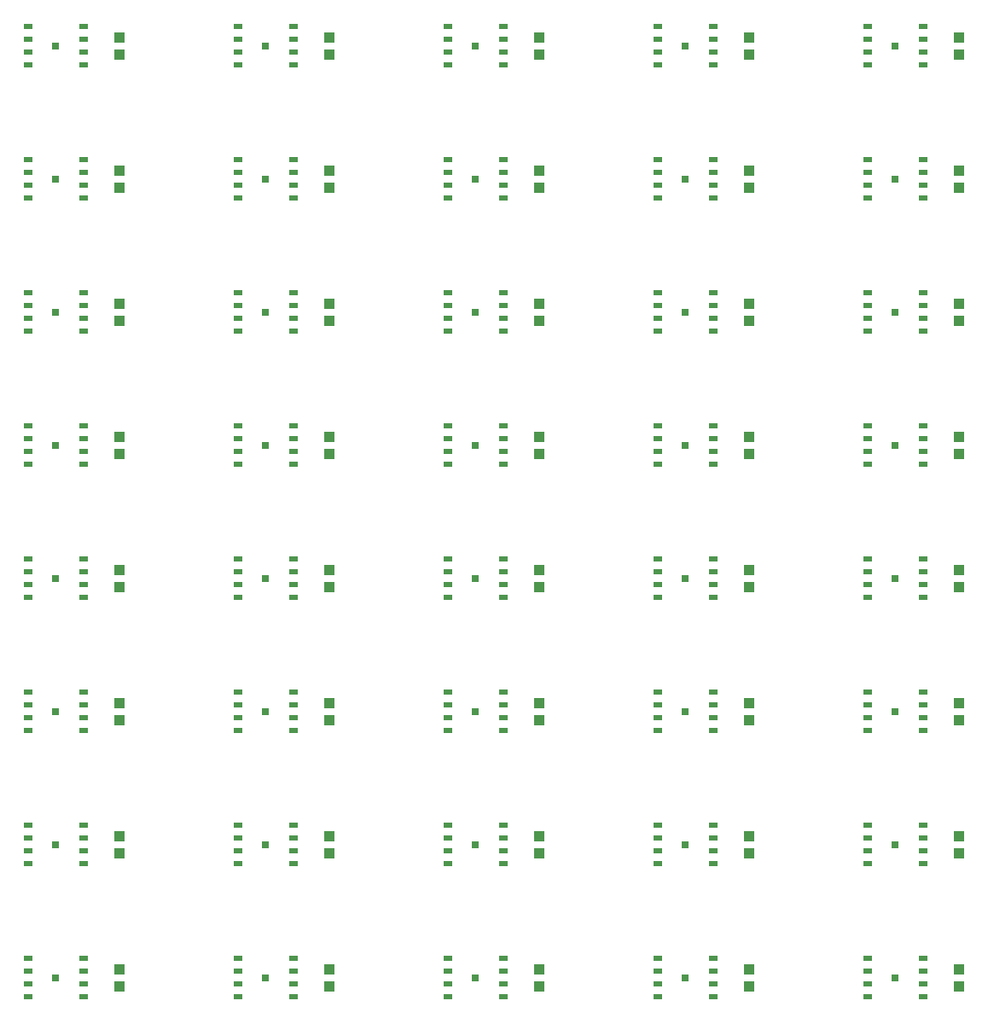
<source format=gtp>
G04 EAGLE Gerber RS-274X export*
G75*
%MOMM*%
%FSLAX34Y34*%
%LPD*%
%INSolderpaste Top*%
%IPPOS*%
%AMOC8*
5,1,8,0,0,1.08239X$1,22.5*%
G01*
%ADD10R,0.850000X0.500000*%
%ADD11R,0.800000X0.800000*%
%ADD12R,1.000000X1.100000*%


D10*
X73850Y82550D03*
X73850Y69850D03*
X73850Y57150D03*
X73850Y44450D03*
X129350Y57150D03*
X129350Y44450D03*
X129350Y69850D03*
X129350Y82550D03*
D11*
X101600Y63500D03*
D12*
X165100Y72000D03*
X165100Y55000D03*
D10*
X282130Y82550D03*
X282130Y69850D03*
X282130Y57150D03*
X282130Y44450D03*
X337630Y57150D03*
X337630Y44450D03*
X337630Y69850D03*
X337630Y82550D03*
D11*
X309880Y63500D03*
D12*
X373380Y72000D03*
X373380Y55000D03*
D10*
X490410Y82550D03*
X490410Y69850D03*
X490410Y57150D03*
X490410Y44450D03*
X545910Y57150D03*
X545910Y44450D03*
X545910Y69850D03*
X545910Y82550D03*
D11*
X518160Y63500D03*
D12*
X581660Y72000D03*
X581660Y55000D03*
D10*
X698690Y82550D03*
X698690Y69850D03*
X698690Y57150D03*
X698690Y44450D03*
X754190Y57150D03*
X754190Y44450D03*
X754190Y69850D03*
X754190Y82550D03*
D11*
X726440Y63500D03*
D12*
X789940Y72000D03*
X789940Y55000D03*
D10*
X906970Y82550D03*
X906970Y69850D03*
X906970Y57150D03*
X906970Y44450D03*
X962470Y57150D03*
X962470Y44450D03*
X962470Y69850D03*
X962470Y82550D03*
D11*
X934720Y63500D03*
D12*
X998220Y72000D03*
X998220Y55000D03*
D10*
X73850Y214630D03*
X73850Y201930D03*
X73850Y189230D03*
X73850Y176530D03*
X129350Y189230D03*
X129350Y176530D03*
X129350Y201930D03*
X129350Y214630D03*
D11*
X101600Y195580D03*
D12*
X165100Y204080D03*
X165100Y187080D03*
D10*
X282130Y214630D03*
X282130Y201930D03*
X282130Y189230D03*
X282130Y176530D03*
X337630Y189230D03*
X337630Y176530D03*
X337630Y201930D03*
X337630Y214630D03*
D11*
X309880Y195580D03*
D12*
X373380Y204080D03*
X373380Y187080D03*
D10*
X490410Y214630D03*
X490410Y201930D03*
X490410Y189230D03*
X490410Y176530D03*
X545910Y189230D03*
X545910Y176530D03*
X545910Y201930D03*
X545910Y214630D03*
D11*
X518160Y195580D03*
D12*
X581660Y204080D03*
X581660Y187080D03*
D10*
X698690Y214630D03*
X698690Y201930D03*
X698690Y189230D03*
X698690Y176530D03*
X754190Y189230D03*
X754190Y176530D03*
X754190Y201930D03*
X754190Y214630D03*
D11*
X726440Y195580D03*
D12*
X789940Y204080D03*
X789940Y187080D03*
D10*
X906970Y214630D03*
X906970Y201930D03*
X906970Y189230D03*
X906970Y176530D03*
X962470Y189230D03*
X962470Y176530D03*
X962470Y201930D03*
X962470Y214630D03*
D11*
X934720Y195580D03*
D12*
X998220Y204080D03*
X998220Y187080D03*
D10*
X73850Y346710D03*
X73850Y334010D03*
X73850Y321310D03*
X73850Y308610D03*
X129350Y321310D03*
X129350Y308610D03*
X129350Y334010D03*
X129350Y346710D03*
D11*
X101600Y327660D03*
D12*
X165100Y336160D03*
X165100Y319160D03*
D10*
X282130Y346710D03*
X282130Y334010D03*
X282130Y321310D03*
X282130Y308610D03*
X337630Y321310D03*
X337630Y308610D03*
X337630Y334010D03*
X337630Y346710D03*
D11*
X309880Y327660D03*
D12*
X373380Y336160D03*
X373380Y319160D03*
D10*
X490410Y346710D03*
X490410Y334010D03*
X490410Y321310D03*
X490410Y308610D03*
X545910Y321310D03*
X545910Y308610D03*
X545910Y334010D03*
X545910Y346710D03*
D11*
X518160Y327660D03*
D12*
X581660Y336160D03*
X581660Y319160D03*
D10*
X698690Y346710D03*
X698690Y334010D03*
X698690Y321310D03*
X698690Y308610D03*
X754190Y321310D03*
X754190Y308610D03*
X754190Y334010D03*
X754190Y346710D03*
D11*
X726440Y327660D03*
D12*
X789940Y336160D03*
X789940Y319160D03*
D10*
X906970Y346710D03*
X906970Y334010D03*
X906970Y321310D03*
X906970Y308610D03*
X962470Y321310D03*
X962470Y308610D03*
X962470Y334010D03*
X962470Y346710D03*
D11*
X934720Y327660D03*
D12*
X998220Y336160D03*
X998220Y319160D03*
D10*
X73850Y478790D03*
X73850Y466090D03*
X73850Y453390D03*
X73850Y440690D03*
X129350Y453390D03*
X129350Y440690D03*
X129350Y466090D03*
X129350Y478790D03*
D11*
X101600Y459740D03*
D12*
X165100Y468240D03*
X165100Y451240D03*
D10*
X282130Y478790D03*
X282130Y466090D03*
X282130Y453390D03*
X282130Y440690D03*
X337630Y453390D03*
X337630Y440690D03*
X337630Y466090D03*
X337630Y478790D03*
D11*
X309880Y459740D03*
D12*
X373380Y468240D03*
X373380Y451240D03*
D10*
X490410Y478790D03*
X490410Y466090D03*
X490410Y453390D03*
X490410Y440690D03*
X545910Y453390D03*
X545910Y440690D03*
X545910Y466090D03*
X545910Y478790D03*
D11*
X518160Y459740D03*
D12*
X581660Y468240D03*
X581660Y451240D03*
D10*
X698690Y478790D03*
X698690Y466090D03*
X698690Y453390D03*
X698690Y440690D03*
X754190Y453390D03*
X754190Y440690D03*
X754190Y466090D03*
X754190Y478790D03*
D11*
X726440Y459740D03*
D12*
X789940Y468240D03*
X789940Y451240D03*
D10*
X906970Y478790D03*
X906970Y466090D03*
X906970Y453390D03*
X906970Y440690D03*
X962470Y453390D03*
X962470Y440690D03*
X962470Y466090D03*
X962470Y478790D03*
D11*
X934720Y459740D03*
D12*
X998220Y468240D03*
X998220Y451240D03*
D10*
X73850Y610870D03*
X73850Y598170D03*
X73850Y585470D03*
X73850Y572770D03*
X129350Y585470D03*
X129350Y572770D03*
X129350Y598170D03*
X129350Y610870D03*
D11*
X101600Y591820D03*
D12*
X165100Y600320D03*
X165100Y583320D03*
D10*
X282130Y610870D03*
X282130Y598170D03*
X282130Y585470D03*
X282130Y572770D03*
X337630Y585470D03*
X337630Y572770D03*
X337630Y598170D03*
X337630Y610870D03*
D11*
X309880Y591820D03*
D12*
X373380Y600320D03*
X373380Y583320D03*
D10*
X490410Y610870D03*
X490410Y598170D03*
X490410Y585470D03*
X490410Y572770D03*
X545910Y585470D03*
X545910Y572770D03*
X545910Y598170D03*
X545910Y610870D03*
D11*
X518160Y591820D03*
D12*
X581660Y600320D03*
X581660Y583320D03*
D10*
X698690Y610870D03*
X698690Y598170D03*
X698690Y585470D03*
X698690Y572770D03*
X754190Y585470D03*
X754190Y572770D03*
X754190Y598170D03*
X754190Y610870D03*
D11*
X726440Y591820D03*
D12*
X789940Y600320D03*
X789940Y583320D03*
D10*
X906970Y610870D03*
X906970Y598170D03*
X906970Y585470D03*
X906970Y572770D03*
X962470Y585470D03*
X962470Y572770D03*
X962470Y598170D03*
X962470Y610870D03*
D11*
X934720Y591820D03*
D12*
X998220Y600320D03*
X998220Y583320D03*
D10*
X73850Y742950D03*
X73850Y730250D03*
X73850Y717550D03*
X73850Y704850D03*
X129350Y717550D03*
X129350Y704850D03*
X129350Y730250D03*
X129350Y742950D03*
D11*
X101600Y723900D03*
D12*
X165100Y732400D03*
X165100Y715400D03*
D10*
X282130Y742950D03*
X282130Y730250D03*
X282130Y717550D03*
X282130Y704850D03*
X337630Y717550D03*
X337630Y704850D03*
X337630Y730250D03*
X337630Y742950D03*
D11*
X309880Y723900D03*
D12*
X373380Y732400D03*
X373380Y715400D03*
D10*
X490410Y742950D03*
X490410Y730250D03*
X490410Y717550D03*
X490410Y704850D03*
X545910Y717550D03*
X545910Y704850D03*
X545910Y730250D03*
X545910Y742950D03*
D11*
X518160Y723900D03*
D12*
X581660Y732400D03*
X581660Y715400D03*
D10*
X698690Y742950D03*
X698690Y730250D03*
X698690Y717550D03*
X698690Y704850D03*
X754190Y717550D03*
X754190Y704850D03*
X754190Y730250D03*
X754190Y742950D03*
D11*
X726440Y723900D03*
D12*
X789940Y732400D03*
X789940Y715400D03*
D10*
X906970Y742950D03*
X906970Y730250D03*
X906970Y717550D03*
X906970Y704850D03*
X962470Y717550D03*
X962470Y704850D03*
X962470Y730250D03*
X962470Y742950D03*
D11*
X934720Y723900D03*
D12*
X998220Y732400D03*
X998220Y715400D03*
D10*
X73850Y875030D03*
X73850Y862330D03*
X73850Y849630D03*
X73850Y836930D03*
X129350Y849630D03*
X129350Y836930D03*
X129350Y862330D03*
X129350Y875030D03*
D11*
X101600Y855980D03*
D12*
X165100Y864480D03*
X165100Y847480D03*
D10*
X282130Y875030D03*
X282130Y862330D03*
X282130Y849630D03*
X282130Y836930D03*
X337630Y849630D03*
X337630Y836930D03*
X337630Y862330D03*
X337630Y875030D03*
D11*
X309880Y855980D03*
D12*
X373380Y864480D03*
X373380Y847480D03*
D10*
X490410Y875030D03*
X490410Y862330D03*
X490410Y849630D03*
X490410Y836930D03*
X545910Y849630D03*
X545910Y836930D03*
X545910Y862330D03*
X545910Y875030D03*
D11*
X518160Y855980D03*
D12*
X581660Y864480D03*
X581660Y847480D03*
D10*
X698690Y875030D03*
X698690Y862330D03*
X698690Y849630D03*
X698690Y836930D03*
X754190Y849630D03*
X754190Y836930D03*
X754190Y862330D03*
X754190Y875030D03*
D11*
X726440Y855980D03*
D12*
X789940Y864480D03*
X789940Y847480D03*
D10*
X906970Y875030D03*
X906970Y862330D03*
X906970Y849630D03*
X906970Y836930D03*
X962470Y849630D03*
X962470Y836930D03*
X962470Y862330D03*
X962470Y875030D03*
D11*
X934720Y855980D03*
D12*
X998220Y864480D03*
X998220Y847480D03*
D10*
X73850Y1007110D03*
X73850Y994410D03*
X73850Y981710D03*
X73850Y969010D03*
X129350Y981710D03*
X129350Y969010D03*
X129350Y994410D03*
X129350Y1007110D03*
D11*
X101600Y988060D03*
D12*
X165100Y996560D03*
X165100Y979560D03*
D10*
X282130Y1007110D03*
X282130Y994410D03*
X282130Y981710D03*
X282130Y969010D03*
X337630Y981710D03*
X337630Y969010D03*
X337630Y994410D03*
X337630Y1007110D03*
D11*
X309880Y988060D03*
D12*
X373380Y996560D03*
X373380Y979560D03*
D10*
X490410Y1007110D03*
X490410Y994410D03*
X490410Y981710D03*
X490410Y969010D03*
X545910Y981710D03*
X545910Y969010D03*
X545910Y994410D03*
X545910Y1007110D03*
D11*
X518160Y988060D03*
D12*
X581660Y996560D03*
X581660Y979560D03*
D10*
X698690Y1007110D03*
X698690Y994410D03*
X698690Y981710D03*
X698690Y969010D03*
X754190Y981710D03*
X754190Y969010D03*
X754190Y994410D03*
X754190Y1007110D03*
D11*
X726440Y988060D03*
D12*
X789940Y996560D03*
X789940Y979560D03*
D10*
X906970Y1007110D03*
X906970Y994410D03*
X906970Y981710D03*
X906970Y969010D03*
X962470Y981710D03*
X962470Y969010D03*
X962470Y994410D03*
X962470Y1007110D03*
D11*
X934720Y988060D03*
D12*
X998220Y996560D03*
X998220Y979560D03*
M02*

</source>
